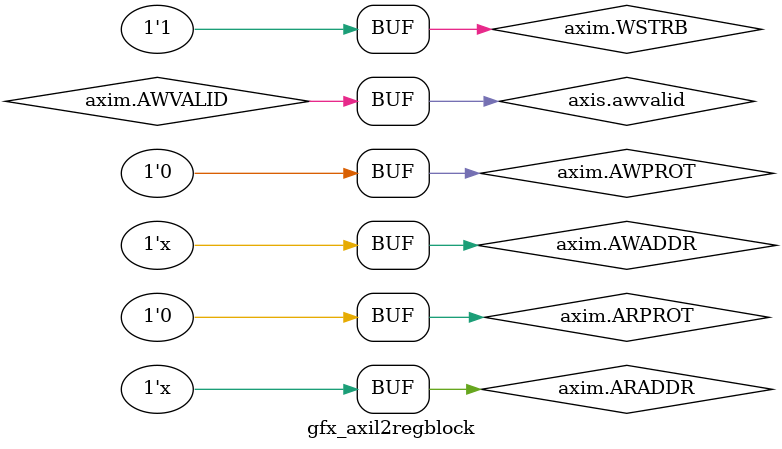
<source format=sv>
module gfx_axil2regblock
(
	gfx_axil.s           axis,
	axi4lite_intf.master axim
);

	assign axis.rdata = axim.RDATA;
	assign axis.rvalid = axim.RVALID;
	assign axis.bvalid = axim.BVALID;
	assign axis.wready = axim.WREADY;
	assign axis.arready = axim.ARREADY;
	assign axis.awready = axim.AWREADY;

    assign axim.AWVALID = axis.awvalid;
    assign axim.AWADDR = axis.awaddr[$bits(axim.AWADDR) - 1:0];
    assign axim.AWPROT = '0;

    assign axim.WVALID = axis.wvalid;
    assign axim.WDATA = axis.wdata;
    assign axim.WSTRB = '1;

    assign axim.BREADY = axis.bready;

    assign axim.ARVALID = axis.arvalid;
    assign axim.ARADDR = axis.araddr[$bits(axim.ARADDR) - 1:0];
    assign axim.ARPROT = '0;

    assign axim.RREADY = axis.rready;

endmodule

</source>
